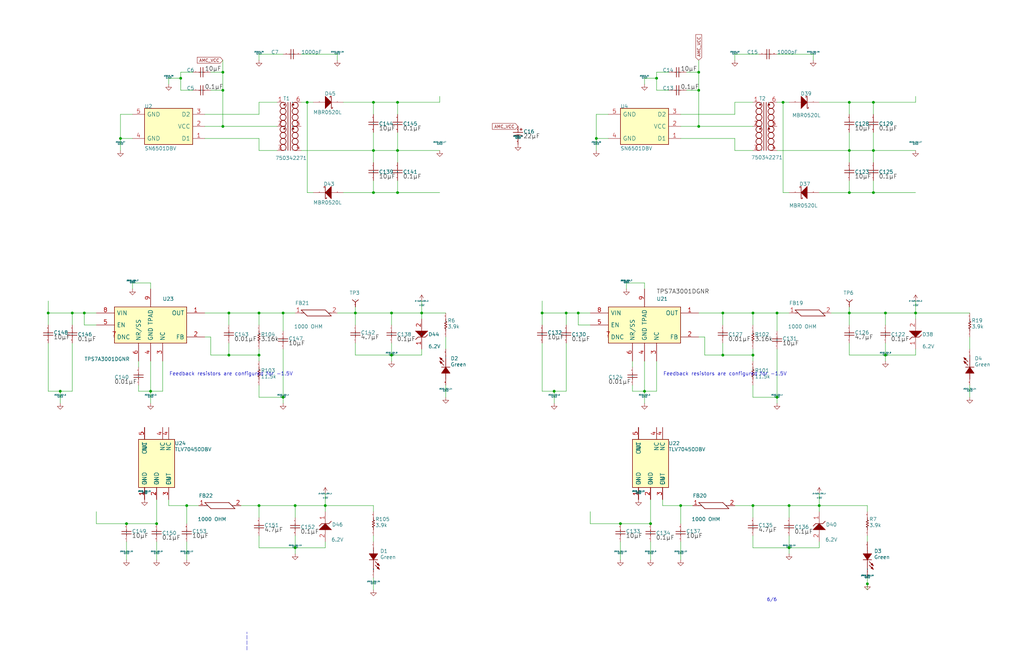
<source format=kicad_sch>
(kicad_sch (version 20210406) (generator eeschema)
  (paper "B")
  (title_block (title "Pg7-Power supply 2-SchDoc") (date "29 01 2021"))
  (lib_symbols
    (symbol "Pg6-Power-supply-2-SchDoc-rescue:06031C103JAT2A--Pg7-Power-supply-2-SchDoc-rescue" (pin_names (offset 1.016))
      (property "Reference" "C" (at -10.16 -2.54 0))
      (property "Value" "06031C103JAT2A--Pg7-Power-supply-2-SchDoc-rescue" (at 0 0 0))
      (symbol "06031C103JAT2A--Pg7-Power-supply-2-SchDoc-rescue_0_1"
        (pin passive line (at 5.08 0 180) (length 2.54) (name "1") (number "1"))
        (pin passive line (at -2.54 0 0) (length 2.54) (name "2") (number "2"))
      )
    )
    (symbol "Pg6-Power-supply-2-SchDoc-rescue:202R18W102KV4E--Pg7-Power-supply-2-SchDoc-rescue" (pin_names (offset 1.016))
      (property "Reference" "C" (at -10.16 0 0))
      (property "Value" "202R18W102KV4E--Pg7-Power-supply-2-SchDoc-rescue" (at 0 0 0))
      (symbol "202R18W102KV4E--Pg7-Power-supply-2-SchDoc-rescue_0_1"
        (pin passive line (at 5.08 0 180) (length 2.54) (name "1") (number "1"))
        (pin passive line (at -2.54 0 0) (length 2.54) (name "2") (number "2"))
      )
    )
    (symbol "Pg6-Power-supply-2-SchDoc-rescue:C0603C104K5RACTU--Pg7-Power-supply-2-SchDoc-rescue" (pin_names (offset 1.016))
      (property "Reference" "C" (at -7.62 0 0))
      (property "Value" "C0603C104K5RACTU--Pg7-Power-supply-2-SchDoc-rescue" (at 0 0 0))
      (symbol "C0603C104K5RACTU--Pg7-Power-supply-2-SchDoc-rescue_0_1"
        (pin passive line (at 5.08 0 180) (length 2.54) (name "1") (number "1"))
        (pin passive line (at -2.54 0 0) (length 2.54) (name "2") (number "2"))
      )
    )
    (symbol "Pg6-Power-supply-2-SchDoc-rescue:C2012X5R1H475K125AB--Pg7-Power-supply-2-SchDoc-rescue" (pin_names (offset 1.016))
      (property "Reference" "C" (at 2.286 -1.524 0))
      (property "Value" "C2012X5R1H475K125AB--Pg7-Power-supply-2-SchDoc-rescue" (at 0 0 0))
      (symbol "C2012X5R1H475K125AB--Pg7-Power-supply-2-SchDoc-rescue_0_1"
        (pin passive line (at 5.08 0 180) (length 2.54) (name "1") (number "1"))
        (pin passive line (at -2.54 0 0) (length 2.54) (name "2") (number "2"))
      )
    )
    (symbol "Pg6-Power-supply-2-SchDoc-rescue:CRCW060311K5FKEA--Pg7-Power-supply-2-SchDoc-rescue" (pin_names (offset 1.016))
      (property "Reference" "R" (at 0.762 0.254 0))
      (property "Value" "CRCW060311K5FKEA--Pg7-Power-supply-2-SchDoc-rescue" (at 0 0 0))
      (symbol "CRCW060311K5FKEA--Pg7-Power-supply-2-SchDoc-rescue_0_1"
        (pin passive line (at -5.08 0 0) (length 2.54) (name "1") (number "1"))
        (pin passive line (at 5.08 0 180) (length 2.54) (name "2") (number "2"))
      )
    )
    (symbol "Pg6-Power-supply-2-SchDoc-rescue:CRCW06033K90JNEA--Pg7-Power-supply-2-SchDoc-rescue" (pin_names (offset 1.016))
      (property "Reference" "R" (at 0.762 1.016 0))
      (property "Value" "CRCW06033K90JNEA--Pg7-Power-supply-2-SchDoc-rescue" (at 0 0 0))
      (symbol "CRCW06033K90JNEA--Pg7-Power-supply-2-SchDoc-rescue_0_1"
        (pin passive line (at -5.08 0 0) (length 2.54) (name "1") (number "1"))
        (pin passive line (at 5.08 0 180) (length 2.54) (name "2") (number "2"))
      )
    )
    (symbol "Pg6-Power-supply-2-SchDoc-rescue:DFLZ6V2-7--Pg7-Power-supply-2-SchDoc-rescue" (pin_names (offset 1.016))
      (property "Reference" "D" (at 2.794 0.254 0))
      (property "Value" "DFLZ6V2-7--Pg7-Power-supply-2-SchDoc-rescue" (at 2.794 -2.286 90))
      (symbol "DFLZ6V2-7--Pg7-Power-supply-2-SchDoc-rescue_0_1"
        (pin passive line (at -5.08 0 0) (length 5.08) (name "K") (number "1"))
        (pin passive line (at 7.62 0 180) (length 5.08) (name "A") (number "2"))
      )
    )
    (symbol "Pg6-Power-supply-2-SchDoc-rescue:GMK325AB7106MM-T--Pg7-Power-supply-2-SchDoc-rescue" (pin_names (offset 1.016))
      (property "Reference" "C" (at -7.62 0 0))
      (property "Value" "GMK325AB7106MM-T--Pg7-Power-supply-2-SchDoc-rescue" (at 0 0 0))
      (symbol "GMK325AB7106MM-T--Pg7-Power-supply-2-SchDoc-rescue_0_1"
        (pin passive line (at 5.08 0 180) (length 2.54) (name "1") (number "1"))
        (pin passive line (at -2.54 0 0) (length 2.54) (name "2") (number "2"))
      )
    )
    (symbol "Pg6-Power-supply-2-SchDoc-rescue:LED_LG_L29K-G2J1-24-Z--Pg7-Power-supply-2-SchDoc-rescue" (pin_names (offset 1.016))
      (property "Reference" "D" (at 2.794 -4.826 0))
      (property "Value" "LED_LG_L29K-G2J1-24-Z--Pg7-Power-supply-2-SchDoc-rescue" (at 0 0 0))
      (symbol "LED_LG_L29K-G2J1-24-Z--Pg7-Power-supply-2-SchDoc-rescue_0_1"
        (pin passive line (at 15.24 0 180) (length 2.54) (name "C") (number "1"))
        (pin passive line (at 0 0 0) (length 2.54) (name "A") (number "2"))
      )
    )
    (symbol "Pg6-Power-supply-2-SchDoc-rescue:MBR0520LT1G--Pg7-Power-supply-2-SchDoc-rescue" (pin_names (offset 1.016))
      (property "Reference" "D" (at -2.794 2.794 0))
      (property "Value" "MBR0520LT1G--Pg7-Power-supply-2-SchDoc-rescue" (at -6.35 -6.35 0))
      (symbol "MBR0520LT1G--Pg7-Power-supply-2-SchDoc-rescue_0_1"
        (pin passive line (at -5.08 0 0) (length 5.08) (name "K") (number "1"))
        (pin passive line (at 7.62 0 180) (length 5.08) (name "A") (number "2"))
      )
    )
    (symbol "Pg6-Power-supply-2-SchDoc-rescue:MMZ1608B102C--Pg7-Power-supply-2-SchDoc-rescue" (pin_names (offset 1.016))
      (property "Reference" "FB" (at -2.54 0.762 0))
      (property "Value" "MMZ1608B102C--Pg7-Power-supply-2-SchDoc-rescue" (at 5.08 0.762 0))
      (symbol "MMZ1608B102C--Pg7-Power-supply-2-SchDoc-rescue_0_1"
        (pin passive line (at -2.54 -2.54 0) (length 2.54) (name "1") (number "1"))
        (pin passive line (at 15.24 -2.54 180) (length 2.54) (name "2") (number "2"))
      )
    )
    (symbol "Pg6-Power-supply-2-SchDoc-rescue:RC0603FR-073K16L--Pg7-Power-supply-2-SchDoc-rescue" (pin_names (offset 1.016))
      (property "Reference" "R" (at 0.762 0.254 0))
      (property "Value" "RC0603FR-073K16L--Pg7-Power-supply-2-SchDoc-rescue" (at 0 0 0))
      (symbol "RC0603FR-073K16L--Pg7-Power-supply-2-SchDoc-rescue_0_1"
        (pin passive line (at -5.08 0 0) (length 2.54) (name "1") (number "1"))
        (pin passive line (at 5.08 0 180) (length 2.54) (name "2") (number "2"))
      )
    )
    (symbol "Pg6-Power-supply-2-SchDoc-rescue:SN6501DBV--Pg7-Power-supply-2-SchDoc-rescue" (pin_names (offset 1.016))
      (property "Reference" "U" (at -10.16 7.62 0))
      (property "Value" "SN6501DBV--Pg7-Power-supply-2-SchDoc-rescue" (at -10.16 -10.16 0))
      (symbol "SN6501DBV--Pg7-Power-supply-2-SchDoc-rescue_0_1"
        (pin output line (at 15.24 5.08 180) (length 5.08) (name "D1") (number "1"))
        (pin power_in line (at 15.24 0 180) (length 5.08) (name "VCC") (number "2"))
        (pin output line (at 15.24 -5.08 180) (length 5.08) (name "D2") (number "3"))
        (pin power_in line (at -15.24 5.08 0) (length 5.08) (name "GND") (number "4"))
        (pin power_in line (at -15.24 -5.08 0) (length 5.08) (name "GND") (number "5"))
      )
    )
    (symbol "Pg6-Power-supply-2-SchDoc-rescue:TLV70450DBV--Pg7-Power-supply-2-SchDoc-rescue" (pin_names (offset 1.016))
      (property "Reference" "U" (at 7.62 7.62 0))
      (property "Value" "TLV70450DBV--Pg7-Power-supply-2-SchDoc-rescue" (at 7.62 5.08 90))
      (symbol "TLV70450DBV--Pg7-Power-supply-2-SchDoc-rescue_0_1"
        (pin power_in line (at -15.24 5.08 0) (length 5.08) (name "GND") (number "1"))
        (pin power_in line (at -15.24 5.08 0) (length 5.08) (name "IN") (number "1"))
        (pin power_in line (at -15.24 0 0) (length 5.08) (name "GND") (number "2"))
        (pin input line (at -15.24 0 0) (length 5.08) (name "IN") (number "2"))
        (pin input line (at -15.24 -5.08 0) (length 5.08) (name "EN") (number "3"))
        (pin output line (at -15.24 -5.08 0) (length 5.08) (name "OUT") (number "3"))
        (pin passive line (at 15.24 -5.08 180) (length 5.08) (name "NC") (number "4"))
        (pin power_in line (at 15.24 -2.54 180) (length 5.08) (name "NC") (number "4"))
        (pin power_in line (at 15.24 5.08 180) (length 5.08) (name "NC") (number "5"))
        (pin power_in line (at 15.24 5.08 180) (length 5.08) (name "OUT") (number "5"))
      )
    )
    (symbol "Pg6-Power-supply-2-SchDoc-rescue:TP-040_RND--Pg7-Power-supply-2-SchDoc-rescue" (pin_names (offset 1.016))
      (property "Reference" "TP" (at -2.54 5.08 0))
      (property "Value" "TP-040_RND--Pg7-Power-supply-2-SchDoc-rescue" (at 0 0 0))
      (symbol "TP-040_RND--Pg7-Power-supply-2-SchDoc-rescue_0_1"
        (pin passive line (at 0 0 90) (length 2.032) (name "1") (number "1"))
      )
    )
    (symbol "Pg6-Power-supply-2-SchDoc-rescue:TPS7A3001DGNR--Pg7-Power-supply-2-SchDoc-rescue" (pin_names (offset 1.016))
      (property "Reference" "U" (at -10.16 2.54 0))
      (property "Value" "TPS7A3001DGNR--Pg7-Power-supply-2-SchDoc-rescue" (at -43.18 -22.86 0))
      (symbol "TPS7A3001DGNR--Pg7-Power-supply-2-SchDoc-rescue_0_1"
        (pin power_in line (at -7.62 -2.54 0) (length 7.62) (name "OUT") (number "1"))
        (pin input line (at -7.62 -12.7 0) (length 7.62) (name "FB") (number "2"))
        (pin passive line (at 10.16 -22.86 90) (length 7.62) (name "NC") (number "3"))
        (pin power_in line (at 15.24 -22.86 90) (length 7.62) (name "GND") (number "4"))
        (pin input line (at 38.1 -7.62 180) (length 7.62) (name "EN") (number "5"))
        (pin input line (at 20.32 -22.86 90) (length 7.62) (name "NR/SS") (number "6"))
        (pin passive line (at 30.734 -12.7 180) (length 0.254) (name "DNC") (number "7"))
        (pin power_in line (at 38.1 -2.54 180) (length 7.62) (name "VIN") (number "8"))
        (pin passive line (at 15.24 7.62 270) (length 7.62) (name "TPAD") (number "9"))
      )
    )
    (symbol "Pg6-Power-supply-2-SchDoc-rescue:TRNSFMR--Pg7-Power-supply-2-SchDoc-rescue" (pin_names (offset 1.016))
      (property "Reference" "T" (at 0 0.762 0))
      (property "Value" "TRNSFMR--Pg7-Power-supply-2-SchDoc-rescue" (at -3.302 -24.13 0))
      (symbol "TRNSFMR--Pg7-Power-supply-2-SchDoc-rescue_0_1"
        (pin passive line (at -2.54 0 0) (length 2.54) (name "1") (number "1"))
        (pin passive line (at -2.54 -10.16 0) (length 2.54) (name "2") (number "2"))
        (pin passive line (at -2.54 -20.32 0) (length 2.54) (name "3") (number "3"))
        (pin passive line (at 7.62 -20.32 180) (length 2.54) (name "4") (number "4"))
        (pin passive line (at 7.62 -10.16 180) (length 2.54) (name "5") (number "5"))
        (pin passive line (at 7.62 0 180) (length 2.54) (name "6") (number "6"))
      )
    )
    (symbol "Pg6-Power-supply-2-SchDoc-rescue:UUD1E220MCL1GS--Pg7-Power-supply-2-SchDoc-rescue" (pin_names (offset 1.016))
      (property "Reference" "C" (at 2.286 2.032 0))
      (property "Value" "UUD1E220MCL1GS--Pg7-Power-supply-2-SchDoc-rescue" (at 0 0 0))
      (symbol "UUD1E220MCL1GS--Pg7-Power-supply-2-SchDoc-rescue_0_1"
        (pin passive line (at 5.08 0 180) (length 2.54) (name "+") (number "1"))
        (pin passive line (at -2.54 0 0) (length 2.54) (name "-") (number "2"))
      )
    )
    (symbol "power:+5V" (power) (pin_names (offset 0))
      (property "Value" "+5V" (at 0 3.556 0))
      (symbol "+5V_1_1"
        (pin power_in line (at 0 0 90) (length 0) hide (name "+5V") (number "1"))
      )
    )
    (symbol "power:GND" (power) (pin_names (offset 0))
      (property "Value" "GND" (at 0 -3.81 0))
      (symbol "GND_1_1"
        (pin power_in line (at 0 0 270) (length 0) hide (name "GND") (number "1"))
      )
    )
  )
  (junction (at 20.32 132.08) (diameter 1.016))
  (junction (at 25.4 165.1) (diameter 1.016))
  (junction (at 30.48 132.08) (diameter 1.016))
  (junction (at 35.56 132.08) (diameter 1.016))
  (junction (at 50.8 58.42) (diameter 1.016))
  (junction (at 53.34 220.98) (diameter 1.016))
  (junction (at 63.5 165.1) (diameter 1.016))
  (junction (at 66.04 220.98) (diameter 1.016))
  (junction (at 76.2 33.02) (diameter 1.016))
  (junction (at 78.74 213.36) (diameter 1.016))
  (junction (at 93.98 30.48) (diameter 1.016))
  (junction (at 93.98 38.1) (diameter 1.016))
  (junction (at 93.98 53.34) (diameter 1.016))
  (junction (at 96.52 132.08) (diameter 1.016))
  (junction (at 96.52 149.86) (diameter 1.016))
  (junction (at 109.22 132.08) (diameter 1.016))
  (junction (at 109.22 149.86) (diameter 1.016))
  (junction (at 109.22 213.36) (diameter 1.016))
  (junction (at 119.38 132.08) (diameter 1.016))
  (junction (at 119.38 167.64) (diameter 1.016))
  (junction (at 124.46 213.36) (diameter 1.016))
  (junction (at 124.46 231.14) (diameter 1.016))
  (junction (at 129.54 43.18) (diameter 1.016))
  (junction (at 137.16 213.36) (diameter 1.016))
  (junction (at 149.86 132.08) (diameter 1.016))
  (junction (at 157.48 43.18) (diameter 1.016))
  (junction (at 157.48 63.5) (diameter 1.016))
  (junction (at 157.48 81.28) (diameter 1.016))
  (junction (at 165.1 132.08) (diameter 1.016))
  (junction (at 165.1 149.86) (diameter 1.016))
  (junction (at 167.64 43.18) (diameter 1.016))
  (junction (at 167.64 63.5) (diameter 1.016))
  (junction (at 167.64 81.28) (diameter 1.016))
  (junction (at 177.8 132.08) (diameter 1.016))
  (junction (at 228.6 132.08) (diameter 1.016))
  (junction (at 233.68 165.1) (diameter 1.016))
  (junction (at 238.76 132.08) (diameter 1.016))
  (junction (at 243.84 132.08) (diameter 1.016))
  (junction (at 251.46 58.42) (diameter 1.016))
  (junction (at 261.62 220.98) (diameter 1.016))
  (junction (at 271.78 165.1) (diameter 1.016))
  (junction (at 274.32 220.98) (diameter 1.016))
  (junction (at 276.86 33.02) (diameter 1.016))
  (junction (at 287.02 213.36) (diameter 1.016))
  (junction (at 294.64 30.48) (diameter 1.016))
  (junction (at 294.64 38.1) (diameter 1.016))
  (junction (at 294.64 53.34) (diameter 1.016))
  (junction (at 304.8 132.08) (diameter 1.016))
  (junction (at 304.8 149.86) (diameter 1.016))
  (junction (at 317.5 132.08) (diameter 1.016))
  (junction (at 317.5 149.86) (diameter 1.016))
  (junction (at 317.5 213.36) (diameter 1.016))
  (junction (at 327.66 132.08) (diameter 1.016))
  (junction (at 327.66 167.64) (diameter 1.016))
  (junction (at 330.2 43.18) (diameter 1.016))
  (junction (at 332.74 213.36) (diameter 1.016))
  (junction (at 332.74 231.14) (diameter 1.016))
  (junction (at 345.44 213.36) (diameter 1.016))
  (junction (at 358.14 43.18) (diameter 1.016))
  (junction (at 358.14 63.5) (diameter 1.016))
  (junction (at 358.14 81.28) (diameter 1.016))
  (junction (at 358.14 132.08) (diameter 1.016))
  (junction (at 365.76 246.38) (diameter 1.016))
  (junction (at 368.3 43.18) (diameter 1.016))
  (junction (at 368.3 63.5) (diameter 1.016))
  (junction (at 368.3 81.28) (diameter 1.016))
  (junction (at 373.38 132.08) (diameter 1.016))
  (junction (at 373.38 149.86) (diameter 1.016))
  (junction (at 386.08 132.08) (diameter 1.016))
  (wire (pts (xy 20.32 127) (xy 20.32 132.08)))
  (wire (pts (xy 20.32 132.08) (xy 20.32 137.16)))
  (wire (pts (xy 20.32 132.08) (xy 30.48 132.08)))
  (wire (pts (xy 20.32 144.78) (xy 20.32 165.1)))
  (wire (pts (xy 20.32 165.1) (xy 25.4 165.1)))
  (wire (pts (xy 25.4 165.1) (xy 25.4 170.18)))
  (wire (pts (xy 25.4 165.1) (xy 30.48 165.1)))
  (wire (pts (xy 30.48 132.08) (xy 30.48 137.16)))
  (wire (pts (xy 30.48 132.08) (xy 35.56 132.08)))
  (wire (pts (xy 30.48 144.78) (xy 30.48 165.1)))
  (wire (pts (xy 35.56 132.08) (xy 35.56 137.16)))
  (wire (pts (xy 35.56 132.08) (xy 40.64 132.08)))
  (wire (pts (xy 35.56 137.16) (xy 40.64 137.16)))
  (wire (pts (xy 40.64 215.9) (xy 40.64 220.98)))
  (wire (pts (xy 40.64 220.98) (xy 53.34 220.98)))
  (wire (pts (xy 50.8 48.26) (xy 55.88 48.26)))
  (wire (pts (xy 50.8 58.42) (xy 50.8 48.26)))
  (wire (pts (xy 50.8 58.42) (xy 55.88 58.42)))
  (wire (pts (xy 50.8 63.5) (xy 50.8 58.42)))
  (wire (pts (xy 53.34 228.6) (xy 53.34 236.22)))
  (wire (pts (xy 55.88 119.38) (xy 55.88 121.92)))
  (wire (pts (xy 55.88 119.38) (xy 63.5 119.38)))
  (wire (pts (xy 58.42 152.4) (xy 58.42 154.94)))
  (wire (pts (xy 58.42 162.56) (xy 58.42 165.1)))
  (wire (pts (xy 58.42 165.1) (xy 63.5 165.1)))
  (wire (pts (xy 63.5 119.38) (xy 63.5 121.92)))
  (wire (pts (xy 63.5 152.4) (xy 63.5 165.1)))
  (wire (pts (xy 63.5 165.1) (xy 63.5 170.18)))
  (wire (pts (xy 63.5 165.1) (xy 68.58 165.1)))
  (wire (pts (xy 66.04 210.82) (xy 66.04 220.98)))
  (wire (pts (xy 66.04 220.98) (xy 53.34 220.98)))
  (wire (pts (xy 66.04 228.6) (xy 66.04 236.22)))
  (wire (pts (xy 68.58 152.4) (xy 68.58 165.1)))
  (wire (pts (xy 71.12 33.02) (xy 71.12 35.56)))
  (wire (pts (xy 71.12 210.82) (xy 71.12 213.36)))
  (wire (pts (xy 71.12 213.36) (xy 78.74 213.36)))
  (wire (pts (xy 76.2 30.48) (xy 76.2 33.02)))
  (wire (pts (xy 76.2 33.02) (xy 71.12 33.02)))
  (wire (pts (xy 76.2 33.02) (xy 76.2 38.1)))
  (wire (pts (xy 76.2 38.1) (xy 81.28 38.1)))
  (wire (pts (xy 78.74 213.36) (xy 78.74 220.98)))
  (wire (pts (xy 78.74 213.36) (xy 83.82 213.36)))
  (wire (pts (xy 78.74 228.6) (xy 78.74 236.22)))
  (wire (pts (xy 81.28 30.48) (xy 76.2 30.48)))
  (wire (pts (xy 86.36 53.34) (xy 93.98 53.34)))
  (wire (pts (xy 86.36 58.42) (xy 109.22 58.42)))
  (wire (pts (xy 86.36 132.08) (xy 96.52 132.08)))
  (wire (pts (xy 86.36 142.24) (xy 88.9 142.24)))
  (wire (pts (xy 88.9 142.24) (xy 88.9 149.86)))
  (wire (pts (xy 88.9 149.86) (xy 96.52 149.86)))
  (wire (pts (xy 93.98 30.48) (xy 88.9 30.48)))
  (wire (pts (xy 93.98 30.48) (xy 93.98 25.4)))
  (wire (pts (xy 93.98 38.1) (xy 88.9 38.1)))
  (wire (pts (xy 93.98 38.1) (xy 93.98 30.48)))
  (wire (pts (xy 93.98 53.34) (xy 93.98 38.1)))
  (wire (pts (xy 93.98 53.34) (xy 116.84 53.34)))
  (wire (pts (xy 96.52 132.08) (xy 96.52 137.16)))
  (wire (pts (xy 96.52 132.08) (xy 109.22 132.08)))
  (wire (pts (xy 96.52 144.78) (xy 96.52 149.86)))
  (wire (pts (xy 96.52 149.86) (xy 109.22 149.86)))
  (wire (pts (xy 109.22 22.86) (xy 109.22 25.4)))
  (wire (pts (xy 109.22 22.86) (xy 119.38 22.86)))
  (wire (pts (xy 109.22 43.18) (xy 109.22 48.26)))
  (wire (pts (xy 109.22 48.26) (xy 86.36 48.26)))
  (wire (pts (xy 109.22 63.5) (xy 109.22 58.42)))
  (wire (pts (xy 109.22 132.08) (xy 109.22 137.16)))
  (wire (pts (xy 109.22 132.08) (xy 119.38 132.08)))
  (wire (pts (xy 109.22 147.32) (xy 109.22 149.86)))
  (wire (pts (xy 109.22 149.86) (xy 109.22 152.4)))
  (wire (pts (xy 109.22 162.56) (xy 109.22 167.64)))
  (wire (pts (xy 109.22 167.64) (xy 119.38 167.64)))
  (wire (pts (xy 109.22 213.36) (xy 101.6 213.36)))
  (wire (pts (xy 109.22 213.36) (xy 109.22 218.44)))
  (wire (pts (xy 109.22 231.14) (xy 109.22 226.06)))
  (wire (pts (xy 116.84 43.18) (xy 109.22 43.18)))
  (wire (pts (xy 116.84 63.5) (xy 109.22 63.5)))
  (wire (pts (xy 119.38 132.08) (xy 119.38 139.7)))
  (wire (pts (xy 119.38 132.08) (xy 124.46 132.08)))
  (wire (pts (xy 119.38 147.32) (xy 119.38 167.64)))
  (wire (pts (xy 119.38 167.64) (xy 119.38 170.18)))
  (wire (pts (xy 124.46 213.36) (xy 109.22 213.36)))
  (wire (pts (xy 124.46 213.36) (xy 124.46 218.44)))
  (wire (pts (xy 124.46 226.06) (xy 124.46 231.14)))
  (wire (pts (xy 124.46 231.14) (xy 109.22 231.14)))
  (wire (pts (xy 124.46 231.14) (xy 124.46 233.68)))
  (wire (pts (xy 127 22.86) (xy 142.24 22.86)))
  (wire (pts (xy 127 43.18) (xy 129.54 43.18)))
  (wire (pts (xy 129.54 43.18) (xy 129.54 81.28)))
  (wire (pts (xy 129.54 43.18) (xy 132.08 43.18)))
  (wire (pts (xy 129.54 81.28) (xy 132.08 81.28)))
  (wire (pts (xy 137.16 208.28) (xy 137.16 213.36)))
  (wire (pts (xy 137.16 213.36) (xy 124.46 213.36)))
  (wire (pts (xy 137.16 215.9) (xy 137.16 213.36)))
  (wire (pts (xy 137.16 228.6) (xy 137.16 231.14)))
  (wire (pts (xy 137.16 231.14) (xy 124.46 231.14)))
  (wire (pts (xy 142.24 22.86) (xy 142.24 25.4)))
  (wire (pts (xy 144.78 43.18) (xy 157.48 43.18)))
  (wire (pts (xy 144.78 81.28) (xy 157.48 81.28)))
  (wire (pts (xy 149.86 132.08) (xy 142.24 132.08)))
  (wire (pts (xy 149.86 132.08) (xy 149.86 129.54)))
  (wire (pts (xy 149.86 132.08) (xy 149.86 137.16)))
  (wire (pts (xy 149.86 149.86) (xy 149.86 144.78)))
  (wire (pts (xy 157.48 43.18) (xy 157.48 48.26)))
  (wire (pts (xy 157.48 55.88) (xy 157.48 63.5)))
  (wire (pts (xy 157.48 63.5) (xy 127 63.5)))
  (wire (pts (xy 157.48 63.5) (xy 157.48 68.58)))
  (wire (pts (xy 157.48 81.28) (xy 157.48 76.2)))
  (wire (pts (xy 157.48 213.36) (xy 137.16 213.36)))
  (wire (pts (xy 157.48 213.36) (xy 157.48 215.9)))
  (wire (pts (xy 157.48 226.06) (xy 157.48 228.6)))
  (wire (pts (xy 157.48 243.84) (xy 157.48 248.92)))
  (wire (pts (xy 165.1 132.08) (xy 149.86 132.08)))
  (wire (pts (xy 165.1 132.08) (xy 165.1 137.16)))
  (wire (pts (xy 165.1 144.78) (xy 165.1 149.86)))
  (wire (pts (xy 165.1 149.86) (xy 149.86 149.86)))
  (wire (pts (xy 165.1 149.86) (xy 165.1 152.4)))
  (wire (pts (xy 167.64 43.18) (xy 157.48 43.18)))
  (wire (pts (xy 167.64 48.26) (xy 167.64 43.18)))
  (wire (pts (xy 167.64 55.88) (xy 167.64 63.5)))
  (wire (pts (xy 167.64 63.5) (xy 157.48 63.5)))
  (wire (pts (xy 167.64 63.5) (xy 167.64 68.58)))
  (wire (pts (xy 167.64 76.2) (xy 167.64 81.28)))
  (wire (pts (xy 167.64 81.28) (xy 157.48 81.28)))
  (wire (pts (xy 177.8 127) (xy 177.8 132.08)))
  (wire (pts (xy 177.8 132.08) (xy 165.1 132.08)))
  (wire (pts (xy 177.8 134.62) (xy 177.8 132.08)))
  (wire (pts (xy 177.8 147.32) (xy 177.8 149.86)))
  (wire (pts (xy 177.8 149.86) (xy 165.1 149.86)))
  (wire (pts (xy 185.42 40.64) (xy 185.42 43.18)))
  (wire (pts (xy 185.42 43.18) (xy 167.64 43.18)))
  (wire (pts (xy 185.42 63.5) (xy 167.64 63.5)))
  (wire (pts (xy 185.42 81.28) (xy 167.64 81.28)))
  (wire (pts (xy 187.96 132.08) (xy 177.8 132.08)))
  (wire (pts (xy 187.96 147.32) (xy 187.96 142.24)))
  (wire (pts (xy 187.96 162.56) (xy 187.96 167.64)))
  (wire (pts (xy 228.6 127) (xy 228.6 132.08)))
  (wire (pts (xy 228.6 132.08) (xy 228.6 137.16)))
  (wire (pts (xy 228.6 132.08) (xy 238.76 132.08)))
  (wire (pts (xy 228.6 144.78) (xy 228.6 165.1)))
  (wire (pts (xy 228.6 165.1) (xy 233.68 165.1)))
  (wire (pts (xy 233.68 165.1) (xy 233.68 170.18)))
  (wire (pts (xy 233.68 165.1) (xy 238.76 165.1)))
  (wire (pts (xy 238.76 132.08) (xy 238.76 137.16)))
  (wire (pts (xy 238.76 132.08) (xy 243.84 132.08)))
  (wire (pts (xy 238.76 144.78) (xy 238.76 165.1)))
  (wire (pts (xy 243.84 132.08) (xy 243.84 137.16)))
  (wire (pts (xy 243.84 132.08) (xy 248.92 132.08)))
  (wire (pts (xy 243.84 137.16) (xy 248.92 137.16)))
  (wire (pts (xy 248.92 215.9) (xy 248.92 220.98)))
  (wire (pts (xy 248.92 220.98) (xy 261.62 220.98)))
  (wire (pts (xy 251.46 48.26) (xy 256.54 48.26)))
  (wire (pts (xy 251.46 58.42) (xy 251.46 48.26)))
  (wire (pts (xy 251.46 58.42) (xy 256.54 58.42)))
  (wire (pts (xy 251.46 63.5) (xy 251.46 58.42)))
  (wire (pts (xy 261.62 228.6) (xy 261.62 236.22)))
  (wire (pts (xy 264.16 119.38) (xy 264.16 121.92)))
  (wire (pts (xy 264.16 119.38) (xy 271.78 119.38)))
  (wire (pts (xy 266.7 152.4) (xy 266.7 154.94)))
  (wire (pts (xy 266.7 162.56) (xy 266.7 165.1)))
  (wire (pts (xy 266.7 165.1) (xy 271.78 165.1)))
  (wire (pts (xy 271.78 33.02) (xy 271.78 35.56)))
  (wire (pts (xy 271.78 119.38) (xy 271.78 121.92)))
  (wire (pts (xy 271.78 152.4) (xy 271.78 165.1)))
  (wire (pts (xy 271.78 165.1) (xy 271.78 170.18)))
  (wire (pts (xy 271.78 165.1) (xy 276.86 165.1)))
  (wire (pts (xy 274.32 210.82) (xy 274.32 220.98)))
  (wire (pts (xy 274.32 220.98) (xy 261.62 220.98)))
  (wire (pts (xy 274.32 228.6) (xy 274.32 236.22)))
  (wire (pts (xy 276.86 30.48) (xy 276.86 33.02)))
  (wire (pts (xy 276.86 33.02) (xy 271.78 33.02)))
  (wire (pts (xy 276.86 33.02) (xy 276.86 38.1)))
  (wire (pts (xy 276.86 38.1) (xy 281.94 38.1)))
  (wire (pts (xy 276.86 152.4) (xy 276.86 165.1)))
  (wire (pts (xy 279.4 210.82) (xy 279.4 213.36)))
  (wire (pts (xy 279.4 213.36) (xy 287.02 213.36)))
  (wire (pts (xy 281.94 30.48) (xy 276.86 30.48)))
  (wire (pts (xy 287.02 53.34) (xy 294.64 53.34)))
  (wire (pts (xy 287.02 58.42) (xy 309.88 58.42)))
  (wire (pts (xy 287.02 213.36) (xy 287.02 220.98)))
  (wire (pts (xy 287.02 213.36) (xy 292.1 213.36)))
  (wire (pts (xy 287.02 228.6) (xy 287.02 236.22)))
  (wire (pts (xy 294.64 30.48) (xy 289.56 30.48)))
  (wire (pts (xy 294.64 30.48) (xy 294.64 25.4)))
  (wire (pts (xy 294.64 38.1) (xy 289.56 38.1)))
  (wire (pts (xy 294.64 38.1) (xy 294.64 30.48)))
  (wire (pts (xy 294.64 53.34) (xy 294.64 38.1)))
  (wire (pts (xy 294.64 53.34) (xy 317.5 53.34)))
  (wire (pts (xy 294.64 132.08) (xy 304.8 132.08)))
  (wire (pts (xy 294.64 142.24) (xy 297.18 142.24)))
  (wire (pts (xy 297.18 142.24) (xy 297.18 149.86)))
  (wire (pts (xy 297.18 149.86) (xy 304.8 149.86)))
  (wire (pts (xy 304.8 132.08) (xy 304.8 137.16)))
  (wire (pts (xy 304.8 132.08) (xy 317.5 132.08)))
  (wire (pts (xy 304.8 144.78) (xy 304.8 149.86)))
  (wire (pts (xy 304.8 149.86) (xy 317.5 149.86)))
  (wire (pts (xy 309.88 22.86) (xy 309.88 25.4)))
  (wire (pts (xy 309.88 22.86) (xy 320.04 22.86)))
  (wire (pts (xy 309.88 43.18) (xy 309.88 48.26)))
  (wire (pts (xy 309.88 48.26) (xy 287.02 48.26)))
  (wire (pts (xy 309.88 63.5) (xy 309.88 58.42)))
  (wire (pts (xy 317.5 43.18) (xy 309.88 43.18)))
  (wire (pts (xy 317.5 63.5) (xy 309.88 63.5)))
  (wire (pts (xy 317.5 132.08) (xy 317.5 137.16)))
  (wire (pts (xy 317.5 132.08) (xy 327.66 132.08)))
  (wire (pts (xy 317.5 147.32) (xy 317.5 149.86)))
  (wire (pts (xy 317.5 149.86) (xy 317.5 152.4)))
  (wire (pts (xy 317.5 162.56) (xy 317.5 167.64)))
  (wire (pts (xy 317.5 167.64) (xy 327.66 167.64)))
  (wire (pts (xy 317.5 213.36) (xy 309.88 213.36)))
  (wire (pts (xy 317.5 213.36) (xy 317.5 218.44)))
  (wire (pts (xy 317.5 231.14) (xy 317.5 226.06)))
  (wire (pts (xy 327.66 22.86) (xy 342.9 22.86)))
  (wire (pts (xy 327.66 43.18) (xy 330.2 43.18)))
  (wire (pts (xy 327.66 132.08) (xy 327.66 139.7)))
  (wire (pts (xy 327.66 132.08) (xy 332.74 132.08)))
  (wire (pts (xy 327.66 147.32) (xy 327.66 167.64)))
  (wire (pts (xy 327.66 167.64) (xy 327.66 170.18)))
  (wire (pts (xy 330.2 43.18) (xy 330.2 81.28)))
  (wire (pts (xy 330.2 43.18) (xy 332.74 43.18)))
  (wire (pts (xy 330.2 81.28) (xy 332.74 81.28)))
  (wire (pts (xy 332.74 213.36) (xy 317.5 213.36)))
  (wire (pts (xy 332.74 213.36) (xy 332.74 218.44)))
  (wire (pts (xy 332.74 226.06) (xy 332.74 231.14)))
  (wire (pts (xy 332.74 231.14) (xy 317.5 231.14)))
  (wire (pts (xy 332.74 231.14) (xy 332.74 233.68)))
  (wire (pts (xy 342.9 22.86) (xy 342.9 25.4)))
  (wire (pts (xy 345.44 43.18) (xy 358.14 43.18)))
  (wire (pts (xy 345.44 81.28) (xy 358.14 81.28)))
  (wire (pts (xy 345.44 208.28) (xy 345.44 213.36)))
  (wire (pts (xy 345.44 213.36) (xy 332.74 213.36)))
  (wire (pts (xy 345.44 215.9) (xy 345.44 213.36)))
  (wire (pts (xy 345.44 228.6) (xy 345.44 231.14)))
  (wire (pts (xy 345.44 231.14) (xy 332.74 231.14)))
  (wire (pts (xy 358.14 43.18) (xy 358.14 48.26)))
  (wire (pts (xy 358.14 55.88) (xy 358.14 63.5)))
  (wire (pts (xy 358.14 63.5) (xy 327.66 63.5)))
  (wire (pts (xy 358.14 63.5) (xy 358.14 68.58)))
  (wire (pts (xy 358.14 81.28) (xy 358.14 76.2)))
  (wire (pts (xy 358.14 132.08) (xy 350.52 132.08)))
  (wire (pts (xy 358.14 132.08) (xy 358.14 129.54)))
  (wire (pts (xy 358.14 132.08) (xy 358.14 137.16)))
  (wire (pts (xy 358.14 149.86) (xy 358.14 144.78)))
  (wire (pts (xy 365.76 213.36) (xy 345.44 213.36)))
  (wire (pts (xy 365.76 213.36) (xy 365.76 215.9)))
  (wire (pts (xy 365.76 226.06) (xy 365.76 228.6)))
  (wire (pts (xy 365.76 243.84) (xy 365.76 246.38)))
  (wire (pts (xy 365.76 246.38) (xy 365.76 248.92)))
  (wire (pts (xy 368.3 43.18) (xy 358.14 43.18)))
  (wire (pts (xy 368.3 48.26) (xy 368.3 43.18)))
  (wire (pts (xy 368.3 55.88) (xy 368.3 63.5)))
  (wire (pts (xy 368.3 63.5) (xy 358.14 63.5)))
  (wire (pts (xy 368.3 63.5) (xy 368.3 68.58)))
  (wire (pts (xy 368.3 76.2) (xy 368.3 81.28)))
  (wire (pts (xy 368.3 81.28) (xy 358.14 81.28)))
  (wire (pts (xy 373.38 132.08) (xy 358.14 132.08)))
  (wire (pts (xy 373.38 132.08) (xy 373.38 137.16)))
  (wire (pts (xy 373.38 144.78) (xy 373.38 149.86)))
  (wire (pts (xy 373.38 149.86) (xy 358.14 149.86)))
  (wire (pts (xy 373.38 149.86) (xy 373.38 152.4)))
  (wire (pts (xy 386.08 40.64) (xy 386.08 43.18)))
  (wire (pts (xy 386.08 43.18) (xy 368.3 43.18)))
  (wire (pts (xy 386.08 63.5) (xy 368.3 63.5)))
  (wire (pts (xy 386.08 81.28) (xy 368.3 81.28)))
  (wire (pts (xy 386.08 127) (xy 386.08 132.08)))
  (wire (pts (xy 386.08 132.08) (xy 373.38 132.08)))
  (wire (pts (xy 386.08 134.62) (xy 386.08 132.08)))
  (wire (pts (xy 386.08 147.32) (xy 386.08 149.86)))
  (wire (pts (xy 386.08 149.86) (xy 373.38 149.86)))
  (wire (pts (xy 408.94 132.08) (xy 386.08 132.08)))
  (wire (pts (xy 408.94 147.32) (xy 408.94 142.24)))
  (wire (pts (xy 408.94 162.56) (xy 408.94 167.64)))
  (polyline (pts (xy 104.14 274.32) (xy 104.14 266.7)) (stroke (width 0) (type dash)))
  (text "Feedback resistors are configured for -1.5V" (at 71.374 158.75 0) (effects (font (size 1.524 1.524)) (justify left bottom)))
  (text "Feedback resistors are configured for -1.5V" (at 279.654 158.75 0) (effects (font (size 1.524 1.524)) (justify left bottom)))
  (text "6/6" (at 327.66 254 180) (effects (font (size 1.4 1.4)) (justify right bottom)))
  (label "10µF" (at 22.606 143.764 0) (effects (font (size 1.778 1.778))))
  (label "0.1µF" (at 32.766 144.526 0) (effects (font (size 1.778 1.778))))
  (label "0.01µF" (at 48.26 162.56 0) (effects (font (size 1.778 1.778))))
  (label "10µF" (at 55.626 227.584 0) (effects (font (size 1.778 1.778))))
  (label "0.1µF" (at 68.326 228.346 0) (effects (font (size 1.778 1.778))))
  (label "10µF" (at 81.026 227.584 0) (effects (font (size 1.778 1.778))))
  (label "10µF" (at 86.36 30.48 0) (effects (font (size 1.778 1.778))))
  (label "0.1µF" (at 86.36 38.1 0) (effects (font (size 1.778 1.778))))
  (label "0.01µF" (at 98.806 144.526 0) (effects (font (size 1.778 1.778))))
  (label "3.16k" (at 109.982 144.526 0) (effects (font (size 1.778 1.778))))
  (label "4.7µF" (at 111.506 225.044 0) (effects (font (size 1.778 1.778))))
  (label "10µF" (at 121.666 146.304 0) (effects (font (size 1.778 1.778))))
  (label "0.1µF" (at 126.746 225.806 0) (effects (font (size 1.778 1.778))))
  (label "4.7µF" (at 152.146 143.764 0) (effects (font (size 1.778 1.778))))
  (label "10µF" (at 159.766 55.626 0) (effects (font (size 1.778 1.778))))
  (label "10µF" (at 159.766 75.946 0) (effects (font (size 1.778 1.778))))
  (label "0.1µF" (at 167.386 144.526 0) (effects (font (size 1.778 1.778))))
  (label "0.1µF" (at 169.926 55.626 0) (effects (font (size 1.778 1.778))))
  (label "0.1µF" (at 169.926 75.946 0) (effects (font (size 1.778 1.778))))
  (label "22µF" (at 220.726 58.928 0) (effects (font (size 1.778 1.778))))
  (label "10µF" (at 230.886 143.764 0) (effects (font (size 1.778 1.778))))
  (label "0.1µF" (at 241.046 144.526 0) (effects (font (size 1.778 1.778))))
  (label "0.01µF" (at 256.54 162.56 0) (effects (font (size 1.778 1.778))))
  (label "10µF" (at 263.906 227.584 0) (effects (font (size 1.778 1.778))))
  (label "0.1µF" (at 276.606 228.346 0) (effects (font (size 1.778 1.778))))
  (label "TPS7A3001DGNR" (at 276.86 124.46 0) (effects (font (size 1.778 1.778))))
  (label "10µF" (at 287.02 30.48 0) (effects (font (size 1.778 1.778))))
  (label "0.1µF" (at 287.02 38.1 0) (effects (font (size 1.778 1.778))))
  (label "10µF" (at 289.306 227.584 0) (effects (font (size 1.778 1.778))))
  (label "0.01µF" (at 307.086 144.526 0) (effects (font (size 1.778 1.778))))
  (label "3.16k" (at 318.262 144.526 0) (effects (font (size 1.778 1.778))))
  (label "4.7µF" (at 319.786 225.044 0) (effects (font (size 1.778 1.778))))
  (label "10µF" (at 329.946 146.304 0) (effects (font (size 1.778 1.778))))
  (label "0.1µF" (at 335.026 225.806 0) (effects (font (size 1.778 1.778))))
  (label "10µF" (at 360.426 55.626 0) (effects (font (size 1.778 1.778))))
  (label "10µF" (at 360.426 75.946 0) (effects (font (size 1.778 1.778))))
  (label "4.7µF" (at 360.426 143.764 0) (effects (font (size 1.778 1.778))))
  (label "0.1µF" (at 370.586 55.626 0) (effects (font (size 1.778 1.778))))
  (label "0.1µF" (at 370.586 75.946 0) (effects (font (size 1.778 1.778))))
  (label "0.1µF" (at 375.666 144.526 0) (effects (font (size 1.778 1.778))))
  (global_label "AMC_VCC" (shape input) (at 93.98 25.4 180) (property "Intersheet References" "${INTERSHEET_REFS}" (effects hide)))
  (global_label "AMC_VCC" (shape input) (at 218.44 53.34 180) (property "Intersheet References" "${INTERSHEET_REFS}" (effects hide)))
  (global_label "AMC_VCC" (shape input) (at 294.64 25.4 90) (property "Intersheet References" "${INTERSHEET_REFS}" (effects hide)))
  (symbol (lib_id "power:+5V") (at 137.16 208.28 0) (unit 1)
    (property "Reference" "+5.0V_USH_4" (at 137.16 208.28 0) (effects (font (size 0.508 0.508))))
    (property "Value" "5V" (at 137.16 210.058 0) (effects (font (size 0.762 0.762))))
  )
  (symbol (lib_id "power:+5V") (at 177.8 127 0) (unit 1)
    (property "Reference" "-5.0V_USH_3" (at 177.8 127 0) (effects (font (size 0.508 0.508))))
    (property "Value" "5V" (at 177.8 128.778 0) (effects (font (size 0.762 0.762))))
  )
  (symbol (lib_id "power:+5V") (at 345.44 208.28 0) (unit 1)
    (property "Reference" "+5.0V_VSH_4" (at 345.44 208.28 0) (effects (font (size 0.508 0.508))))
    (property "Value" "5V" (at 345.44 210.058 0) (effects (font (size 0.762 0.762))))
  )
  (symbol (lib_id "power:+5V") (at 386.08 127 0) (unit 1)
    (property "Reference" "-5.0V_VSH_3" (at 386.08 127 0) (effects (font (size 0.508 0.508))))
    (property "Value" "5V" (at 386.08 128.778 0) (effects (font (size 0.762 0.762))))
  )
  (symbol (lib_id "power:GND") (at 25.4 170.18 0) (unit 1)
    (property "Reference" "GND_USH_6" (at 25.4 166.624 0) (effects (font (size 0.508 0.508))))
    (property "Value" "GND" (at 25.4 167.386 0) (effects (font (size 0.762 0.762))))
  )
  (symbol (lib_id "power:GND") (at 50.8 63.5 0) (unit 1)
    (property "Reference" "DGND_27" (at 50.8 59.944 0) (effects (font (size 0.508 0.508))))
    (property "Value" "GND" (at 50.8 60.706 0) (effects (font (size 0.762 0.762))))
  )
  (symbol (lib_id "power:GND") (at 53.34 236.22 0) (unit 1)
    (property "Reference" "GND_USH_10" (at 53.34 232.664 0) (effects (font (size 0.508 0.508))))
    (property "Value" "GND" (at 53.34 233.426 0) (effects (font (size 0.762 0.762))))
  )
  (symbol (lib_id "power:GND") (at 55.88 121.92 0) (unit 1)
    (property "Reference" "GND_USH_7" (at 55.88 118.364 0) (effects (font (size 0.508 0.508))))
    (property "Value" "GND" (at 55.88 119.126 0) (effects (font (size 0.762 0.762))))
  )
  (symbol (lib_id "power:GND") (at 60.96 210.82 0) (unit 1)
    (property "Reference" "GND_USH_11" (at 60.96 207.264 0) (effects (font (size 0.508 0.508))))
    (property "Value" "GND" (at 60.96 208.026 0) (effects (font (size 0.762 0.762))))
  )
  (symbol (lib_id "power:GND") (at 63.5 170.18 0) (unit 1)
    (property "Reference" "GND_USH_5" (at 63.5 166.624 0) (effects (font (size 0.508 0.508))))
    (property "Value" "GND" (at 63.5 167.386 0) (effects (font (size 0.762 0.762))))
  )
  (symbol (lib_id "power:GND") (at 66.04 236.22 0) (unit 1)
    (property "Reference" "GND_USH_9" (at 66.04 232.664 0) (effects (font (size 0.508 0.508))))
    (property "Value" "GND" (at 66.04 233.426 0) (effects (font (size 0.762 0.762))))
  )
  (symbol (lib_id "power:GND") (at 71.12 35.56 0) (unit 1)
    (property "Reference" "DGND_28" (at 71.12 32.004 0) (effects (font (size 0.508 0.508))))
    (property "Value" "GND" (at 71.12 32.766 0) (effects (font (size 0.762 0.762))))
  )
  (symbol (lib_id "power:GND") (at 78.74 236.22 0) (unit 1)
    (property "Reference" "GND_USH_12" (at 78.74 232.664 0) (effects (font (size 0.508 0.508))))
    (property "Value" "GND" (at 78.74 233.426 0) (effects (font (size 0.762 0.762))))
  )
  (symbol (lib_id "power:GND") (at 109.22 25.4 0) (unit 1)
    (property "Reference" "DGND_29" (at 109.22 21.844 0) (effects (font (size 0.508 0.508))))
    (property "Value" "GND" (at 109.22 22.606 0) (effects (font (size 0.762 0.762))))
  )
  (symbol (lib_id "power:GND") (at 119.38 170.18 0) (unit 1)
    (property "Reference" "GND_USH_4" (at 119.38 166.624 0) (effects (font (size 0.508 0.508))))
    (property "Value" "GND" (at 119.38 167.386 0) (effects (font (size 0.762 0.762))))
  )
  (symbol (lib_id "power:GND") (at 124.46 233.68 0) (unit 1)
    (property "Reference" "GND_USH_13" (at 124.46 230.124 0) (effects (font (size 0.508 0.508))))
    (property "Value" "GND" (at 124.46 230.886 0) (effects (font (size 0.762 0.762))))
  )
  (symbol (lib_id "power:GND") (at 142.24 25.4 0) (unit 1)
    (property "Reference" "GND_USH_16" (at 142.24 21.844 0) (effects (font (size 0.508 0.508))))
    (property "Value" "GND" (at 142.24 22.606 0) (effects (font (size 0.762 0.762))))
  )
  (symbol (lib_id "power:GND") (at 157.48 248.92 0) (unit 1)
    (property "Reference" "GND_USH_15" (at 157.48 245.364 0) (effects (font (size 0.508 0.508))))
    (property "Value" "GND" (at 157.48 246.126 0) (effects (font (size 0.762 0.762))))
  )
  (symbol (lib_id "power:GND") (at 165.1 152.4 0) (unit 1)
    (property "Reference" "GND_USH_8" (at 165.1 148.844 0) (effects (font (size 0.508 0.508))))
    (property "Value" "GND" (at 165.1 149.606 0) (effects (font (size 0.762 0.762))))
  )
  (symbol (lib_id "power:GND") (at 185.42 63.5 0) (unit 1)
    (property "Reference" "GND_USH_17" (at 185.42 59.944 0) (effects (font (size 0.508 0.508))))
    (property "Value" "GND" (at 185.42 60.706 0) (effects (font (size 0.762 0.762))))
  )
  (symbol (lib_id "power:GND") (at 187.96 167.64 0) (unit 1)
    (property "Reference" "GND_USH_14" (at 187.96 164.084 0) (effects (font (size 0.508 0.508))))
    (property "Value" "GND" (at 187.96 164.846 0) (effects (font (size 0.762 0.762))))
  )
  (symbol (lib_id "power:GND") (at 218.44 60.96 0) (unit 1)
    (property "Reference" "DGND_33" (at 218.44 57.404 0) (effects (font (size 0.508 0.508))))
    (property "Value" "GND" (at 218.44 58.166 0) (effects (font (size 0.762 0.762))))
  )
  (symbol (lib_id "power:GND") (at 233.68 170.18 0) (unit 1)
    (property "Reference" "GND_VSH_6" (at 233.68 166.624 0) (effects (font (size 0.508 0.508))))
    (property "Value" "GND" (at 233.68 167.386 0) (effects (font (size 0.762 0.762))))
  )
  (symbol (lib_id "power:GND") (at 251.46 63.5 0) (unit 1)
    (property "Reference" "DGND_30" (at 251.46 59.944 0) (effects (font (size 0.508 0.508))))
    (property "Value" "GND" (at 251.46 60.706 0) (effects (font (size 0.762 0.762))))
  )
  (symbol (lib_id "power:GND") (at 261.62 236.22 0) (unit 1)
    (property "Reference" "GND_VSH_10" (at 261.62 232.664 0) (effects (font (size 0.508 0.508))))
    (property "Value" "GND" (at 261.62 233.426 0) (effects (font (size 0.762 0.762))))
  )
  (symbol (lib_id "power:GND") (at 264.16 121.92 0) (unit 1)
    (property "Reference" "GND_VSH_7" (at 264.16 118.364 0) (effects (font (size 0.508 0.508))))
    (property "Value" "GND" (at 264.16 119.126 0) (effects (font (size 0.762 0.762))))
  )
  (symbol (lib_id "power:GND") (at 269.24 210.82 0) (unit 1)
    (property "Reference" "GND_VSH_11" (at 269.24 207.264 0) (effects (font (size 0.508 0.508))))
    (property "Value" "GND" (at 269.24 208.026 0) (effects (font (size 0.762 0.762))))
  )
  (symbol (lib_id "power:GND") (at 271.78 35.56 0) (unit 1)
    (property "Reference" "DGND_31" (at 271.78 32.004 0) (effects (font (size 0.508 0.508))))
    (property "Value" "GND" (at 271.78 32.766 0) (effects (font (size 0.762 0.762))))
  )
  (symbol (lib_id "power:GND") (at 271.78 170.18 0) (unit 1)
    (property "Reference" "GND_VSH_5" (at 271.78 166.624 0) (effects (font (size 0.508 0.508))))
    (property "Value" "GND" (at 271.78 167.386 0) (effects (font (size 0.762 0.762))))
  )
  (symbol (lib_id "power:GND") (at 274.32 236.22 0) (unit 1)
    (property "Reference" "GND_VSH_9" (at 274.32 232.664 0) (effects (font (size 0.508 0.508))))
    (property "Value" "GND" (at 274.32 233.426 0) (effects (font (size 0.762 0.762))))
  )
  (symbol (lib_id "power:GND") (at 287.02 236.22 0) (unit 1)
    (property "Reference" "GND_VSH_12" (at 287.02 232.664 0) (effects (font (size 0.508 0.508))))
    (property "Value" "GND" (at 287.02 233.426 0) (effects (font (size 0.762 0.762))))
  )
  (symbol (lib_id "power:GND") (at 309.88 25.4 0) (unit 1)
    (property "Reference" "DGND_32" (at 309.88 21.844 0) (effects (font (size 0.508 0.508))))
    (property "Value" "GND" (at 309.88 22.606 0) (effects (font (size 0.762 0.762))))
  )
  (symbol (lib_id "power:GND") (at 327.66 170.18 0) (unit 1)
    (property "Reference" "GND_VSH_4" (at 327.66 166.624 0) (effects (font (size 0.508 0.508))))
    (property "Value" "GND" (at 327.66 167.386 0) (effects (font (size 0.762 0.762))))
  )
  (symbol (lib_id "power:GND") (at 332.74 233.68 0) (unit 1)
    (property "Reference" "GND_VSH_13" (at 332.74 230.124 0) (effects (font (size 0.508 0.508))))
    (property "Value" "GND" (at 332.74 230.886 0) (effects (font (size 0.762 0.762))))
  )
  (symbol (lib_id "power:GND") (at 342.9 25.4 0) (unit 1)
    (property "Reference" "GND_VSH_16" (at 342.9 21.844 0) (effects (font (size 0.508 0.508))))
    (property "Value" "GND" (at 342.9 22.606 0) (effects (font (size 0.762 0.762))))
  )
  (symbol (lib_id "power:GND") (at 365.76 246.38 0) (unit 1)
    (property "Reference" "GND_VSH_15" (at 365.76 242.824 0) (effects (font (size 0.508 0.508))))
    (property "Value" "GND" (at 365.76 243.586 0) (effects (font (size 0.762 0.762))))
  )
  (symbol (lib_id "power:GND") (at 373.38 152.4 0) (unit 1)
    (property "Reference" "GND_VSH_8" (at 373.38 148.844 0) (effects (font (size 0.508 0.508))))
    (property "Value" "GND" (at 373.38 149.606 0) (effects (font (size 0.762 0.762))))
  )
  (symbol (lib_id "power:GND") (at 386.08 63.5 0) (unit 1)
    (property "Reference" "GND_VSH_17" (at 386.08 59.944 0) (effects (font (size 0.508 0.508))))
    (property "Value" "GND" (at 386.08 60.706 0) (effects (font (size 0.762 0.762))))
  )
  (symbol (lib_id "power:GND") (at 408.94 167.64 0) (unit 1)
    (property "Reference" "GND_VSH_14" (at 408.94 164.084 0) (effects (font (size 0.508 0.508))))
    (property "Value" "GND" (at 408.94 164.846 0) (effects (font (size 0.762 0.762))))
  )
  (symbol (lib_id "Pg6-Power-supply-2-SchDoc-rescue:TP-040_RND--Pg7-Power-supply-2-SchDoc-rescue") (at 149.86 129.54 0) (unit 1)
    (property "Reference" "TP3" (at 147.32 124.46 0) (effects (font (size 1.524 1.524)) (justify left bottom)))
  )
  (symbol (lib_id "Pg6-Power-supply-2-SchDoc-rescue:TP-040_RND--Pg7-Power-supply-2-SchDoc-rescue") (at 358.14 129.54 0) (unit 1)
    (property "Reference" "TP6" (at 355.6 124.46 0) (effects (font (size 1.524 1.524)) (justify left bottom)))
  )
  (symbol (lib_id "Pg6-Power-supply-2-SchDoc-rescue:RC0603FR-073K16L--Pg7-Power-supply-2-SchDoc-rescue") (at 109.22 142.24 90) (unit 1)
    (property "Reference" "R104" (at 109.982 141.986 90) (effects (font (size 1.524 1.524)) (justify right top)))
    (property "ValueDisplayed" "3.16k" (effects hide))
  )
  (symbol (lib_id "Pg6-Power-supply-2-SchDoc-rescue:CRCW060311K5FKEA--Pg7-Power-supply-2-SchDoc-rescue") (at 109.22 157.48 90) (unit 1)
    (property "Reference" "R103" (at 109.982 157.226 90) (effects (font (size 1.524 1.524)) (justify right top)))
    (property "Value" "11.5k" (at 109.982 159.766 90) (effects (font (size 1.524 1.524)) (justify right top)))
  )
  (symbol (lib_id "Pg6-Power-supply-2-SchDoc-rescue:CRCW06033K90JNEA--Pg7-Power-supply-2-SchDoc-rescue") (at 157.48 220.98 90) (unit 1)
    (property "Reference" "R105" (at 158.242 219.964 90) (effects (font (size 1.524 1.524)) (justify right top)))
    (property "Value" "3.9k" (at 158.242 222.504 90) (effects (font (size 1.524 1.524)) (justify right top)))
  )
  (symbol (lib_id "Pg6-Power-supply-2-SchDoc-rescue:CRCW06033K90JNEA--Pg7-Power-supply-2-SchDoc-rescue") (at 187.96 137.16 90) (unit 1)
    (property "Reference" "R6" (at 188.722 136.144 90) (effects (font (size 1.524 1.524)) (justify right top)))
    (property "Value" "3.9k" (at 188.722 138.684 90) (effects (font (size 1.524 1.524)) (justify right top)))
  )
  (symbol (lib_id "Pg6-Power-supply-2-SchDoc-rescue:RC0603FR-073K16L--Pg7-Power-supply-2-SchDoc-rescue") (at 317.5 142.24 90) (unit 1)
    (property "Reference" "R102" (at 318.262 141.986 90) (effects (font (size 1.524 1.524)) (justify right top)))
    (property "ValueDisplayed" "3.16k" (effects hide))
  )
  (symbol (lib_id "Pg6-Power-supply-2-SchDoc-rescue:CRCW060311K5FKEA--Pg7-Power-supply-2-SchDoc-rescue") (at 317.5 157.48 90) (unit 1)
    (property "Reference" "R101" (at 318.262 157.226 90) (effects (font (size 1.524 1.524)) (justify right top)))
    (property "Value" "11.5k" (at 318.262 159.766 90) (effects (font (size 1.524 1.524)) (justify right top)))
  )
  (symbol (lib_id "Pg6-Power-supply-2-SchDoc-rescue:CRCW06033K90JNEA--Pg7-Power-supply-2-SchDoc-rescue") (at 365.76 220.98 90) (unit 1)
    (property "Reference" "R7" (at 366.522 219.964 90) (effects (font (size 1.524 1.524)) (justify right top)))
    (property "Value" "3.9k" (at 366.522 222.504 90) (effects (font (size 1.524 1.524)) (justify right top)))
  )
  (symbol (lib_id "Pg6-Power-supply-2-SchDoc-rescue:CRCW06033K90JNEA--Pg7-Power-supply-2-SchDoc-rescue") (at 408.94 137.16 90) (unit 1)
    (property "Reference" "R19" (at 409.702 136.144 90) (effects (font (size 1.524 1.524)) (justify right top)))
    (property "Value" "3.9k" (at 409.702 138.684 90) (effects (font (size 1.524 1.524)) (justify right top)))
  )
  (symbol (lib_id "Pg6-Power-supply-2-SchDoc-rescue:GMK325AB7106MM-T--Pg7-Power-supply-2-SchDoc-rescue") (at 20.32 139.7 270) (unit 1)
    (property "Reference" "C148" (at 22.606 141.224 90) (effects (font (size 1.524 1.524)) (justify left bottom)))
    (property "ValueDisplayed" "10µF" (effects hide))
  )
  (symbol (lib_id "Pg6-Power-supply-2-SchDoc-rescue:C0603C104K5RACTU--Pg7-Power-supply-2-SchDoc-rescue") (at 30.48 142.24 90) (unit 1)
    (property "Reference" "C146" (at 32.766 141.986 90) (effects (font (size 1.524 1.524)) (justify right top)))
    (property "ValueDisplayed" "0.1µF" (effects hide))
  )
  (symbol (lib_id "Pg6-Power-supply-2-SchDoc-rescue:GMK325AB7106MM-T--Pg7-Power-supply-2-SchDoc-rescue") (at 53.34 223.52 270) (unit 1)
    (property "Reference" "C149" (at 55.626 225.044 90) (effects (font (size 1.524 1.524)) (justify left bottom)))
    (property "ValueDisplayed" "10µF" (effects hide))
  )
  (symbol (lib_id "Pg6-Power-supply-2-SchDoc-rescue:06031C103JAT2A--Pg7-Power-supply-2-SchDoc-rescue") (at 58.42 157.48 270) (unit 1)
    (property "Reference" "C140" (at 48.26 160.02 90) (effects (font (size 1.524 1.524)) (justify left bottom)))
    (property "ValueDisplayed" "0.01µF" (effects hide))
  )
  (symbol (lib_id "Pg6-Power-supply-2-SchDoc-rescue:C0603C104K5RACTU--Pg7-Power-supply-2-SchDoc-rescue") (at 66.04 226.06 90) (unit 1)
    (property "Reference" "C150" (at 68.326 225.806 90) (effects (font (size 1.524 1.524)) (justify right top)))
    (property "ValueDisplayed" "0.1µF" (effects hide))
  )
  (symbol (lib_id "Pg6-Power-supply-2-SchDoc-rescue:GMK325AB7106MM-T--Pg7-Power-supply-2-SchDoc-rescue") (at 78.74 223.52 270) (unit 1)
    (property "Reference" "C153" (at 81.026 225.044 90) (effects (font (size 1.524 1.524)) (justify left bottom)))
    (property "ValueDisplayed" "10µF" (effects hide))
  )
  (symbol (lib_id "Pg6-Power-supply-2-SchDoc-rescue:GMK325AB7106MM-T--Pg7-Power-supply-2-SchDoc-rescue") (at 86.36 30.48 180) (unit 1)
    (property "Reference" "C6" (at 78.74 30.48 0) (effects (font (size 1.524 1.524)) (justify right top)))
    (property "ValueDisplayed" "10µF" (effects hide))
  )
  (symbol (lib_id "Pg6-Power-supply-2-SchDoc-rescue:C0603C104K5RACTU--Pg7-Power-supply-2-SchDoc-rescue") (at 86.36 38.1 180) (unit 1)
    (property "Reference" "C5" (at 78.74 38.1 0) (effects (font (size 1.524 1.524)) (justify right top)))
    (property "ValueDisplayed" "0.1µF" (effects hide))
  )
  (symbol (lib_id "Pg6-Power-supply-2-SchDoc-rescue:06031C103JAT2A--Pg7-Power-supply-2-SchDoc-rescue") (at 96.52 139.7 270) (unit 1)
    (property "Reference" "C143" (at 98.806 141.986 90) (effects (font (size 1.524 1.524)) (justify left bottom)))
    (property "ValueDisplayed" "0.01µF" (effects hide))
  )
  (symbol (lib_id "Pg6-Power-supply-2-SchDoc-rescue:C2012X5R1H475K125AB--Pg7-Power-supply-2-SchDoc-rescue") (at 109.22 220.98 270) (unit 1)
    (property "Reference" "C151" (at 111.506 222.504 90) (effects (font (size 1.524 1.524)) (justify left bottom)))
    (property "ValueDisplayed" "4.7µF" (effects hide))
  )
  (symbol (lib_id "Pg6-Power-supply-2-SchDoc-rescue:GMK325AB7106MM-T--Pg7-Power-supply-2-SchDoc-rescue") (at 119.38 142.24 270) (unit 1)
    (property "Reference" "C147" (at 121.666 143.764 90) (effects (font (size 1.524 1.524)) (justify left bottom)))
    (property "ValueDisplayed" "10µF" (effects hide))
  )
  (symbol (lib_id "Pg6-Power-supply-2-SchDoc-rescue:202R18W102KV4E--Pg7-Power-supply-2-SchDoc-rescue") (at 124.46 22.86 180) (unit 1)
    (property "Reference" "C7" (at 114.3 22.86 0) (effects (font (size 1.524 1.524)) (justify right top)))
    (property "Value" "1000pF" (at 127 22.86 0) (effects (font (size 1.524 1.524)) (justify right top)))
  )
  (symbol (lib_id "Pg6-Power-supply-2-SchDoc-rescue:C0603C104K5RACTU--Pg7-Power-supply-2-SchDoc-rescue") (at 124.46 223.52 90) (unit 1)
    (property "Reference" "C152" (at 126.746 223.266 90) (effects (font (size 1.524 1.524)) (justify right top)))
    (property "ValueDisplayed" "0.1µF" (effects hide))
  )
  (symbol (lib_id "Pg6-Power-supply-2-SchDoc-rescue:C2012X5R1H475K125AB--Pg7-Power-supply-2-SchDoc-rescue") (at 149.86 139.7 270) (unit 1)
    (property "Reference" "C142" (at 152.146 141.224 90) (effects (font (size 1.524 1.524)) (justify left bottom)))
    (property "ValueDisplayed" "4.7µF" (effects hide))
  )
  (symbol (lib_id "Pg6-Power-supply-2-SchDoc-rescue:GMK325AB7106MM-T--Pg7-Power-supply-2-SchDoc-rescue") (at 157.48 53.34 90) (unit 1)
    (property "Reference" "C144" (at 159.766 53.086 90) (effects (font (size 1.524 1.524)) (justify right top)))
    (property "ValueDisplayed" "10µF" (effects hide))
  )
  (symbol (lib_id "Pg6-Power-supply-2-SchDoc-rescue:GMK325AB7106MM-T--Pg7-Power-supply-2-SchDoc-rescue") (at 157.48 73.66 90) (unit 1)
    (property "Reference" "C139" (at 159.766 73.406 90) (effects (font (size 1.524 1.524)) (justify right top)))
    (property "ValueDisplayed" "10µF" (effects hide))
  )
  (symbol (lib_id "Pg6-Power-supply-2-SchDoc-rescue:C0603C104K5RACTU--Pg7-Power-supply-2-SchDoc-rescue") (at 165.1 142.24 90) (unit 1)
    (property "Reference" "C138" (at 167.386 141.986 90) (effects (font (size 1.524 1.524)) (justify right top)))
    (property "ValueDisplayed" "0.1µF" (effects hide))
  )
  (symbol (lib_id "Pg6-Power-supply-2-SchDoc-rescue:C0603C104K5RACTU--Pg7-Power-supply-2-SchDoc-rescue") (at 167.64 53.34 90) (unit 1)
    (property "Reference" "C145" (at 169.926 53.086 90) (effects (font (size 1.524 1.524)) (justify right top)))
    (property "ValueDisplayed" "0.1µF" (effects hide))
  )
  (symbol (lib_id "Pg6-Power-supply-2-SchDoc-rescue:C0603C104K5RACTU--Pg7-Power-supply-2-SchDoc-rescue") (at 167.64 73.66 90) (unit 1)
    (property "Reference" "C141" (at 169.926 73.406 90) (effects (font (size 1.524 1.524)) (justify right top)))
    (property "ValueDisplayed" "0.1µF" (effects hide))
  )
  (symbol (lib_id "Pg6-Power-supply-2-SchDoc-rescue:UUD1E220MCL1GS--Pg7-Power-supply-2-SchDoc-rescue") (at 218.44 58.42 90) (unit 1)
    (property "Reference" "C16" (at 220.726 56.388 90) (effects (font (size 1.524 1.524)) (justify right top)))
    (property "ValueDisplayed" "22µF" (effects hide))
  )
  (symbol (lib_id "Pg6-Power-supply-2-SchDoc-rescue:GMK325AB7106MM-T--Pg7-Power-supply-2-SchDoc-rescue") (at 228.6 139.7 270) (unit 1)
    (property "Reference" "C132" (at 230.886 141.224 90) (effects (font (size 1.524 1.524)) (justify left bottom)))
    (property "ValueDisplayed" "10µF" (effects hide))
  )
  (symbol (lib_id "Pg6-Power-supply-2-SchDoc-rescue:C0603C104K5RACTU--Pg7-Power-supply-2-SchDoc-rescue") (at 238.76 142.24 90) (unit 1)
    (property "Reference" "C130" (at 241.046 141.986 90) (effects (font (size 1.524 1.524)) (justify right top)))
    (property "ValueDisplayed" "0.1µF" (effects hide))
  )
  (symbol (lib_id "Pg6-Power-supply-2-SchDoc-rescue:GMK325AB7106MM-T--Pg7-Power-supply-2-SchDoc-rescue") (at 261.62 223.52 270) (unit 1)
    (property "Reference" "C133" (at 263.906 225.044 90) (effects (font (size 1.524 1.524)) (justify left bottom)))
    (property "ValueDisplayed" "10µF" (effects hide))
  )
  (symbol (lib_id "Pg6-Power-supply-2-SchDoc-rescue:06031C103JAT2A--Pg7-Power-supply-2-SchDoc-rescue") (at 266.7 157.48 270) (unit 1)
    (property "Reference" "C124" (at 256.54 160.02 90) (effects (font (size 1.524 1.524)) (justify left bottom)))
    (property "ValueDisplayed" "0.01µF" (effects hide))
  )
  (symbol (lib_id "Pg6-Power-supply-2-SchDoc-rescue:C0603C104K5RACTU--Pg7-Power-supply-2-SchDoc-rescue") (at 274.32 226.06 90) (unit 1)
    (property "Reference" "C134" (at 276.606 225.806 90) (effects (font (size 1.524 1.524)) (justify right top)))
    (property "ValueDisplayed" "0.1µF" (effects hide))
  )
  (symbol (lib_id "Pg6-Power-supply-2-SchDoc-rescue:GMK325AB7106MM-T--Pg7-Power-supply-2-SchDoc-rescue") (at 287.02 30.48 180) (unit 1)
    (property "Reference" "C14" (at 279.4 30.48 0) (effects (font (size 1.524 1.524)) (justify right top)))
    (property "ValueDisplayed" "10µF" (effects hide))
  )
  (symbol (lib_id "Pg6-Power-supply-2-SchDoc-rescue:C0603C104K5RACTU--Pg7-Power-supply-2-SchDoc-rescue") (at 287.02 38.1 180) (unit 1)
    (property "Reference" "C13" (at 279.4 38.1 0) (effects (font (size 1.524 1.524)) (justify right top)))
    (property "ValueDisplayed" "0.1µF" (effects hide))
  )
  (symbol (lib_id "Pg6-Power-supply-2-SchDoc-rescue:GMK325AB7106MM-T--Pg7-Power-supply-2-SchDoc-rescue") (at 287.02 223.52 270) (unit 1)
    (property "Reference" "C137" (at 289.306 225.044 90) (effects (font (size 1.524 1.524)) (justify left bottom)))
    (property "ValueDisplayed" "10µF" (effects hide))
  )
  (symbol (lib_id "Pg6-Power-supply-2-SchDoc-rescue:06031C103JAT2A--Pg7-Power-supply-2-SchDoc-rescue") (at 304.8 139.7 270) (unit 1)
    (property "Reference" "C127" (at 307.086 141.986 90) (effects (font (size 1.524 1.524)) (justify left bottom)))
    (property "ValueDisplayed" "0.01µF" (effects hide))
  )
  (symbol (lib_id "Pg6-Power-supply-2-SchDoc-rescue:C2012X5R1H475K125AB--Pg7-Power-supply-2-SchDoc-rescue") (at 317.5 220.98 270) (unit 1)
    (property "Reference" "C135" (at 319.786 222.504 90) (effects (font (size 1.524 1.524)) (justify left bottom)))
    (property "ValueDisplayed" "4.7µF" (effects hide))
  )
  (symbol (lib_id "Pg6-Power-supply-2-SchDoc-rescue:202R18W102KV4E--Pg7-Power-supply-2-SchDoc-rescue") (at 325.12 22.86 180) (unit 1)
    (property "Reference" "C15" (at 314.96 22.86 0) (effects (font (size 1.524 1.524)) (justify right top)))
    (property "Value" "1000pF" (at 327.66 22.86 0) (effects (font (size 1.524 1.524)) (justify right top)))
  )
  (symbol (lib_id "Pg6-Power-supply-2-SchDoc-rescue:GMK325AB7106MM-T--Pg7-Power-supply-2-SchDoc-rescue") (at 327.66 142.24 270) (unit 1)
    (property "Reference" "C131" (at 329.946 143.764 90) (effects (font (size 1.524 1.524)) (justify left bottom)))
    (property "ValueDisplayed" "10µF" (effects hide))
  )
  (symbol (lib_id "Pg6-Power-supply-2-SchDoc-rescue:C0603C104K5RACTU--Pg7-Power-supply-2-SchDoc-rescue") (at 332.74 223.52 90) (unit 1)
    (property "Reference" "C136" (at 335.026 223.266 90) (effects (font (size 1.524 1.524)) (justify right top)))
    (property "ValueDisplayed" "0.1µF" (effects hide))
  )
  (symbol (lib_id "Pg6-Power-supply-2-SchDoc-rescue:GMK325AB7106MM-T--Pg7-Power-supply-2-SchDoc-rescue") (at 358.14 53.34 90) (unit 1)
    (property "Reference" "C128" (at 360.426 53.086 90) (effects (font (size 1.524 1.524)) (justify right top)))
    (property "ValueDisplayed" "10µF" (effects hide))
  )
  (symbol (lib_id "Pg6-Power-supply-2-SchDoc-rescue:GMK325AB7106MM-T--Pg7-Power-supply-2-SchDoc-rescue") (at 358.14 73.66 90) (unit 1)
    (property "Reference" "C123" (at 360.426 73.406 90) (effects (font (size 1.524 1.524)) (justify right top)))
    (property "ValueDisplayed" "10µF" (effects hide))
  )
  (symbol (lib_id "Pg6-Power-supply-2-SchDoc-rescue:C2012X5R1H475K125AB--Pg7-Power-supply-2-SchDoc-rescue") (at 358.14 139.7 270) (unit 1)
    (property "Reference" "C126" (at 360.426 141.224 90) (effects (font (size 1.524 1.524)) (justify left bottom)))
    (property "ValueDisplayed" "4.7µF" (effects hide))
  )
  (symbol (lib_id "Pg6-Power-supply-2-SchDoc-rescue:C0603C104K5RACTU--Pg7-Power-supply-2-SchDoc-rescue") (at 368.3 53.34 90) (unit 1)
    (property "Reference" "C129" (at 370.586 53.086 90) (effects (font (size 1.524 1.524)) (justify right top)))
    (property "ValueDisplayed" "0.1µF" (effects hide))
  )
  (symbol (lib_id "Pg6-Power-supply-2-SchDoc-rescue:C0603C104K5RACTU--Pg7-Power-supply-2-SchDoc-rescue") (at 368.3 73.66 90) (unit 1)
    (property "Reference" "C125" (at 370.586 73.406 90) (effects (font (size 1.524 1.524)) (justify right top)))
    (property "ValueDisplayed" "0.1µF" (effects hide))
  )
  (symbol (lib_id "Pg6-Power-supply-2-SchDoc-rescue:C0603C104K5RACTU--Pg7-Power-supply-2-SchDoc-rescue") (at 373.38 142.24 90) (unit 1)
    (property "Reference" "C122" (at 375.666 141.986 90) (effects (font (size 1.524 1.524)) (justify right top)))
    (property "ValueDisplayed" "0.1µF" (effects hide))
  )
  (symbol (lib_id "Pg6-Power-supply-2-SchDoc-rescue:MMZ1608B102C--Pg7-Power-supply-2-SchDoc-rescue") (at 86.36 210.82 0) (unit 1)
    (property "Reference" "FB22" (at 83.82 210.058 0) (effects (font (size 1.524 1.524)) (justify left bottom)))
    (property "Value" "1000 OHM" (at 83.312 219.964 0) (effects (font (size 1.524 1.524)) (justify left bottom)))
  )
  (symbol (lib_id "Pg6-Power-supply-2-SchDoc-rescue:MMZ1608B102C--Pg7-Power-supply-2-SchDoc-rescue") (at 127 129.54 0) (unit 1)
    (property "Reference" "FB21" (at 124.46 128.778 0) (effects (font (size 1.524 1.524)) (justify left bottom)))
    (property "Value" "1000 OHM" (at 123.952 138.684 0) (effects (font (size 1.524 1.524)) (justify left bottom)))
  )
  (symbol (lib_id "Pg6-Power-supply-2-SchDoc-rescue:MMZ1608B102C--Pg7-Power-supply-2-SchDoc-rescue") (at 294.64 210.82 0) (unit 1)
    (property "Reference" "FB20" (at 292.1 210.058 0) (effects (font (size 1.524 1.524)) (justify left bottom)))
    (property "Value" "1000 OHM" (at 291.592 219.964 0) (effects (font (size 1.524 1.524)) (justify left bottom)))
  )
  (symbol (lib_id "Pg6-Power-supply-2-SchDoc-rescue:MMZ1608B102C--Pg7-Power-supply-2-SchDoc-rescue") (at 335.28 129.54 0) (unit 1)
    (property "Reference" "FB19" (at 332.74 128.778 0) (effects (font (size 1.524 1.524)) (justify left bottom)))
    (property "Value" "1000 OHM" (at 332.232 138.684 0) (effects (font (size 1.524 1.524)) (justify left bottom)))
  )
  (symbol (lib_id "Pg6-Power-supply-2-SchDoc-rescue:MBR0520LT1G--Pg7-Power-supply-2-SchDoc-rescue") (at 137.16 81.28 0) (unit 1)
    (property "Reference" "D43" (at 136.398 78.486 0) (effects (font (size 1.524 1.524)) (justify left bottom)))
    (property "Value" "MBR0520L" (at 132.08 86.36 0) (effects (font (size 1.524 1.524)) (justify left bottom)))
  )
  (symbol (lib_id "Pg6-Power-supply-2-SchDoc-rescue:DFLZ6V2-7--Pg7-Power-supply-2-SchDoc-rescue") (at 137.16 220.98 270) (unit 1)
    (property "Reference" "D46" (at 139.954 222.25 90) (effects (font (size 1.524 1.524)) (justify left bottom)))
    (property "Value" "6.2V" (at 139.7 228.6 90) (effects (font (size 1.524 1.524)) (justify left bottom)))
  )
  (symbol (lib_id "Pg6-Power-supply-2-SchDoc-rescue:MBR0520LT1G--Pg7-Power-supply-2-SchDoc-rescue") (at 139.7 43.18 180) (unit 1)
    (property "Reference" "D45" (at 136.906 40.386 0) (effects (font (size 1.524 1.524)) (justify right top)))
    (property "Value" "MBR0520L" (at 132.08 48.26 0) (effects (font (size 1.524 1.524)) (justify right top)))
  )
  (symbol (lib_id "Pg6-Power-supply-2-SchDoc-rescue:DFLZ6V2-7--Pg7-Power-supply-2-SchDoc-rescue") (at 177.8 142.24 90) (unit 1)
    (property "Reference" "D44" (at 180.594 141.986 90) (effects (font (size 1.524 1.524)) (justify right top)))
    (property "Value" "6.2V" (at 180.594 147.066 90) (effects (font (size 1.524 1.524)) (justify right top)))
  )
  (symbol (lib_id "Pg6-Power-supply-2-SchDoc-rescue:MBR0520LT1G--Pg7-Power-supply-2-SchDoc-rescue") (at 337.82 81.28 0) (unit 1)
    (property "Reference" "D37" (at 337.058 78.486 0) (effects (font (size 1.524 1.524)) (justify left bottom)))
    (property "Value" "MBR0520L" (at 332.74 87.63 0) (effects (font (size 1.524 1.524)) (justify left bottom)))
  )
  (symbol (lib_id "Pg6-Power-supply-2-SchDoc-rescue:MBR0520LT1G--Pg7-Power-supply-2-SchDoc-rescue") (at 340.36 43.18 180) (unit 1)
    (property "Reference" "D39" (at 337.566 40.386 0) (effects (font (size 1.524 1.524)) (justify right top)))
    (property "Value" "MBR0520L" (at 334.01 49.53 0) (effects (font (size 1.524 1.524)) (justify right top)))
  )
  (symbol (lib_id "Pg6-Power-supply-2-SchDoc-rescue:DFLZ6V2-7--Pg7-Power-supply-2-SchDoc-rescue") (at 345.44 220.98 270) (unit 1)
    (property "Reference" "D40" (at 348.234 222.25 90) (effects (font (size 1.524 1.524)) (justify left bottom)))
    (property "Value" "6.2V" (at 347.98 228.6 90) (effects (font (size 1.524 1.524)) (justify left bottom)))
  )
  (symbol (lib_id "Pg6-Power-supply-2-SchDoc-rescue:DFLZ6V2-7--Pg7-Power-supply-2-SchDoc-rescue") (at 386.08 142.24 90) (unit 1)
    (property "Reference" "D38" (at 388.874 141.986 90) (effects (font (size 1.524 1.524)) (justify right top)))
    (property "Value" "6.2V" (at 388.874 147.066 90) (effects (font (size 1.524 1.524)) (justify right top)))
  )
  (symbol (lib_id "Pg6-Power-supply-2-SchDoc-rescue:LED_LG_L29K-G2J1-24-Z--Pg7-Power-supply-2-SchDoc-rescue") (at 157.48 228.6 270) (unit 1)
    (property "Reference" "D1" (at 160.274 233.426 90) (effects (font (size 1.524 1.524)) (justify left bottom)))
    (property "Value" "Green" (at 160.274 235.966 90) (effects (font (size 1.524 1.524)) (justify left bottom)))
  )
  (symbol (lib_id "Pg6-Power-supply-2-SchDoc-rescue:LED_LG_L29K-G2J1-24-Z--Pg7-Power-supply-2-SchDoc-rescue") (at 187.96 162.56 90) (unit 1)
    (property "Reference" "D2" (at 189.992 152.146 90) (effects (font (size 1.524 1.524)) (justify right top)))
    (property "Value" "Green" (at 189.992 154.686 90) (effects (font (size 1.524 1.524)) (justify right top)))
  )
  (symbol (lib_id "Pg6-Power-supply-2-SchDoc-rescue:LED_LG_L29K-G2J1-24-Z--Pg7-Power-supply-2-SchDoc-rescue") (at 365.76 228.6 270) (unit 1)
    (property "Reference" "D3" (at 368.554 233.426 90) (effects (font (size 1.524 1.524)) (justify left bottom)))
    (property "Value" "Green" (at 368.554 235.966 90) (effects (font (size 1.524 1.524)) (justify left bottom)))
  )
  (symbol (lib_id "Pg6-Power-supply-2-SchDoc-rescue:LED_LG_L29K-G2J1-24-Z--Pg7-Power-supply-2-SchDoc-rescue") (at 408.94 162.56 90) (unit 1)
    (property "Reference" "D4" (at 410.972 152.146 90) (effects (font (size 1.524 1.524)) (justify right top)))
    (property "Value" "Green" (at 410.972 154.686 90) (effects (font (size 1.524 1.524)) (justify right top)))
  )
  (symbol (lib_id "power:+-6V_USH") (at 20.32 127 0) (unit 1)
    (property "Reference" "-6V_USH_2" (at 20.32 127 0) (effects (font (size 0.508 0.508))))
    (property "Value" "-6V_USH" (at 20.32 128.778 0) (effects (font (size 0.762 0.762))))
  )
  (symbol (lib_id "power:++6V_USH") (at 40.64 215.9 0) (unit 1)
    (property "Reference" "+6V_USH_2" (at 40.64 215.9 0) (effects (font (size 0.508 0.508))))
    (property "Value" "+6V_USH" (at 40.64 217.678 0) (effects (font (size 0.762 0.762))))
  )
  (symbol (lib_id "power:++6V_USH") (at 185.42 40.64 0) (unit 1)
    (property "Reference" "+6V_USH" (at 185.42 40.64 0) (effects (font (size 0.508 0.508))))
    (property "Value" "+6V_USH" (at 185.42 42.418 0) (effects (font (size 0.762 0.762))))
  )
  (symbol (lib_id "power:+-6V_USH") (at 185.42 81.28 0) (unit 1)
    (property "Reference" "-6V_USH" (at 185.42 81.28 0) (effects (font (size 0.508 0.508))))
    (property "Value" "-6V_USH" (at 185.42 83.058 0) (effects (font (size 0.762 0.762))))
  )
  (symbol (lib_id "power:+-6V_VSH") (at 228.6 127 0) (unit 1)
    (property "Reference" "-6V_VSH" (at 228.6 127 0) (effects (font (size 0.508 0.508))))
    (property "Value" "-6V_VSH" (at 228.6 128.778 0) (effects (font (size 0.762 0.762))))
  )
  (symbol (lib_id "power:++6V_VSH") (at 248.92 215.9 0) (unit 1)
    (property "Reference" "+6V_VSH" (at 248.92 215.9 0) (effects (font (size 0.508 0.508))))
    (property "Value" "+6V_VSH" (at 248.92 217.678 0) (effects (font (size 0.762 0.762))))
  )
  (symbol (lib_id "power:++6V_VSH") (at 386.08 40.64 0) (unit 1)
    (property "Reference" "+6V_VSH_2" (at 386.08 40.64 0) (effects (font (size 0.508 0.508))))
    (property "Value" "+6V_VSH" (at 386.08 42.418 0) (effects (font (size 0.762 0.762))))
  )
  (symbol (lib_id "power:+-6V_VSH") (at 386.08 81.28 0) (unit 1)
    (property "Reference" "-6V_VSH_2" (at 386.08 81.28 0) (effects (font (size 0.508 0.508))))
    (property "Value" "-6V_VSH" (at 386.08 83.058 0) (effects (font (size 0.762 0.762))))
  )
  (symbol (lib_id "Pg6-Power-supply-2-SchDoc-rescue:TRNSFMR--Pg7-Power-supply-2-SchDoc-rescue") (at 119.38 43.18 0) (unit 1)
    (property "Reference" "T1" (at 119.38 42.418 0) (effects (font (size 1.524 1.524)) (justify left bottom)))
    (property "Value" "750342271" (at 116.078 67.564 0) (effects (font (size 1.524 1.524)) (justify left bottom)))
  )
  (symbol (lib_id "Pg6-Power-supply-2-SchDoc-rescue:TRNSFMR--Pg7-Power-supply-2-SchDoc-rescue") (at 320.04 43.18 0) (unit 1)
    (property "Reference" "T2" (at 320.04 42.418 0) (effects (font (size 1.524 1.524)) (justify left bottom)))
    (property "Value" "750342271" (at 316.738 67.31 0) (effects (font (size 1.524 1.524)) (justify left bottom)))
  )
  (symbol (lib_id "Pg6-Power-supply-2-SchDoc-rescue:TLV70450DBV--Pg7-Power-supply-2-SchDoc-rescue") (at 66.04 195.58 90) (unit 1)
    (property "Reference" "U24" (at 73.66 187.96 90) (effects (font (size 1.524 1.524)) (justify right top)))
    (property "Value" "TLV70450DBV" (at 73.66 190.5 90) (effects (font (size 1.524 1.524)) (justify right top)))
  )
  (symbol (lib_id "Pg6-Power-supply-2-SchDoc-rescue:SN6501DBV--Pg7-Power-supply-2-SchDoc-rescue") (at 71.12 53.34 0) (mirror x) (unit 1)
    (property "Reference" "U2" (at 60.96 45.72 0) (effects (font (size 1.524 1.524)) (justify left top)))
    (property "Value" "SN6501DBV" (at 60.96 63.5 0) (effects (font (size 1.524 1.524)) (justify left top)))
  )
  (symbol (lib_id "Pg6-Power-supply-2-SchDoc-rescue:SN6501DBV--Pg7-Power-supply-2-SchDoc-rescue") (at 271.78 53.34 0) (mirror x) (unit 1)
    (property "Reference" "U4" (at 261.62 45.72 0) (effects (font (size 1.524 1.524)) (justify left top)))
    (property "Value" "SN6501DBV" (at 261.62 63.5 0) (effects (font (size 1.524 1.524)) (justify left top)))
  )
  (symbol (lib_id "Pg6-Power-supply-2-SchDoc-rescue:TLV70450DBV--Pg7-Power-supply-2-SchDoc-rescue") (at 274.32 195.58 90) (unit 1)
    (property "Reference" "U22" (at 281.94 187.96 90) (effects (font (size 1.524 1.524)) (justify right top)))
    (property "Value" "TLV70450DBV" (at 281.94 190.5 90) (effects (font (size 1.524 1.524)) (justify right top)))
  )
  (symbol (lib_id "Pg6-Power-supply-2-SchDoc-rescue:TPS7A3001DGNR--Pg7-Power-supply-2-SchDoc-rescue") (at 78.74 129.54 0) (mirror y) (unit 1)
    (property "Reference" "U23" (at 68.58 127 0) (effects (font (size 1.524 1.524)) (justify right bottom)))
    (property "Value" "TPS7A3001DGNR" (at 35.56 152.4 0) (effects (font (size 1.524 1.524)) (justify right bottom)))
  )
  (symbol (lib_id "Pg6-Power-supply-2-SchDoc-rescue:TPS7A3001DGNR--Pg7-Power-supply-2-SchDoc-rescue") (at 287.02 129.54 0) (mirror y) (unit 1)
    (property "Reference" "U21" (at 276.86 127 0) (effects (font (size 1.524 1.524)) (justify right bottom)))
    (property "PartNumber" "TPS7A3001DGNR" (effects hide))
  )
)
</source>
